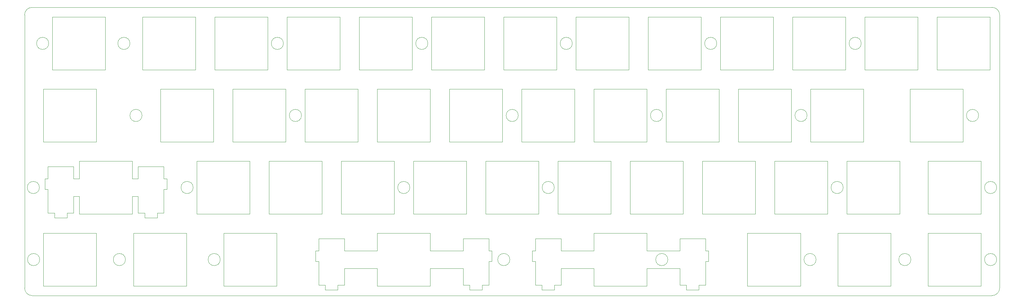
<source format=gm1>
G04 #@! TF.GenerationSoftware,KiCad,Pcbnew,7.0.7-7.0.7~ubuntu23.04.1*
G04 #@! TF.CreationDate,2023-08-23T01:39:21+00:00*
G04 #@! TF.ProjectId,plate,706c6174-652e-46b6-9963-61645f706362,rev?*
G04 #@! TF.SameCoordinates,Original*
G04 #@! TF.FileFunction,Profile,NP*
%FSLAX46Y46*%
G04 Gerber Fmt 4.6, Leading zero omitted, Abs format (unit mm)*
G04 Created by KiCad (PCBNEW 7.0.7-7.0.7~ubuntu23.04.1) date 2023-08-23 01:39:21*
%MOMM*%
%LPD*%
G01*
G04 APERTURE LIST*
G04 #@! TA.AperFunction,Profile*
%ADD10C,0.100000*%
G04 #@! TD*
G04 #@! TA.AperFunction,Profile*
%ADD11C,0.050000*%
G04 #@! TD*
G04 APERTURE END LIST*
D10*
X207626090Y-75172850D02*
X221626090Y-75172850D01*
X179051090Y-94222950D02*
X193051090Y-94222950D01*
X140663090Y-56122850D02*
X140663090Y-70122150D01*
X102563090Y-70122150D02*
X88563790Y-70122150D01*
X47794490Y-103523250D02*
X49319990Y-103523250D01*
X183526090Y-117973350D02*
X183526090Y-113272850D01*
X69513790Y-70122150D02*
X69513790Y-56122850D01*
X33794990Y-103523250D02*
X33794990Y-108222350D01*
X224007090Y-127272310D02*
X210006090Y-127272310D01*
X198101090Y-94222950D02*
X212101090Y-94222950D01*
X126664090Y-70122150D02*
X126664090Y-56122850D01*
X71895090Y-127272310D02*
X71895090Y-113272850D01*
X55226290Y-75172850D02*
X69225590Y-75172850D01*
X210006090Y-127272310D02*
X210006090Y-113272850D01*
X140076090Y-127042180D02*
X141800090Y-127042180D01*
X27245180Y-109192450D02*
X30544190Y-109192450D01*
X142626090Y-117973350D02*
X141800090Y-117973350D01*
X56069490Y-95693150D02*
X49319990Y-95693150D01*
X135050090Y-117973350D02*
X126376090Y-117973350D01*
X136776090Y-127042180D02*
X136776090Y-128242450D01*
X40650790Y-56122850D02*
X40650790Y-70122150D01*
X183814090Y-56122850D02*
X197813090Y-56122850D01*
X235913090Y-70122150D02*
X221914090Y-70122150D01*
X112376290Y-75172850D02*
X126376090Y-75172850D01*
X271630090Y-108222350D02*
X257631090Y-108222350D01*
X192200090Y-122573220D02*
X192200090Y-127042180D01*
X212101090Y-94222950D02*
X212101090Y-108222350D01*
X74276290Y-89172150D02*
X74276290Y-75172850D01*
X233820090Y-127272310D02*
X233820090Y-113272850D01*
X56894990Y-98923350D02*
X56069490Y-98923350D01*
X47794490Y-98923350D02*
X47794490Y-94222950D01*
X131426090Y-89172150D02*
X131426090Y-75172850D01*
X135901090Y-108222350D02*
X121901090Y-108222350D01*
X271630090Y-127272310D02*
X257631090Y-127272310D01*
X226676090Y-89172150D02*
X226676090Y-75172850D01*
X49319990Y-103523250D02*
X49319990Y-107992150D01*
X160850090Y-122573220D02*
X169526090Y-122573220D01*
X178763090Y-56122850D02*
X178763090Y-70122150D01*
X198950090Y-127042180D02*
X198950090Y-120772110D01*
X266869090Y-75172850D02*
X266869090Y-89172150D01*
X62081890Y-113272850D02*
X62081890Y-127272310D01*
X169526090Y-89172150D02*
X169526090Y-75172850D01*
X126376090Y-122573220D02*
X135050090Y-122573220D01*
X154100090Y-114743150D02*
X154100090Y-117973350D01*
X207626090Y-89172150D02*
X207626090Y-75172850D01*
X154100090Y-120772110D02*
X154100090Y-127042180D01*
X48081090Y-113272850D02*
X62081890Y-113272850D01*
X116850590Y-94222950D02*
X116850590Y-108222350D01*
X188576090Y-89172150D02*
X188576090Y-75172850D01*
X126376090Y-75172850D02*
X126376090Y-89172150D01*
X49319990Y-98923350D02*
X47794490Y-98923350D01*
X174001090Y-108222350D02*
X160001090Y-108222350D01*
X98675790Y-127042180D02*
X98675790Y-128242450D01*
X192200090Y-114743150D02*
X192200090Y-117973350D01*
X150476090Y-75172850D02*
X164476090Y-75172850D01*
X183814090Y-70122150D02*
X183814090Y-56122850D01*
X240964090Y-70122150D02*
X240964090Y-56122850D01*
X193926090Y-128242450D02*
X197226090Y-128242450D01*
X188576090Y-75172850D02*
X202576090Y-75172850D01*
X78750590Y-108222350D02*
X64751290Y-108222350D01*
X145714090Y-70122150D02*
X145714090Y-56122850D01*
X25519890Y-107992150D02*
X27245180Y-107992150D01*
X26651250Y-56122850D02*
X40650790Y-56122850D01*
X83801290Y-94222950D02*
X97800590Y-94222950D01*
X83513090Y-70122150D02*
X69513790Y-70122150D01*
X24694420Y-98923350D02*
X24694420Y-101722150D01*
X221914090Y-70122150D02*
X221914090Y-56122850D01*
X21363751Y-53597501D02*
G75*
G03*
X19363751Y-55597500I-1J-1999999D01*
G01*
X183526090Y-89172150D02*
X169526090Y-89172150D01*
X252870090Y-89172150D02*
X252870090Y-75172850D01*
X24270000Y-75172850D02*
X38269490Y-75172850D01*
X26651250Y-70122150D02*
X26651250Y-56122850D01*
X169526090Y-113272850D02*
X169526090Y-117973350D01*
X231151090Y-108222350D02*
X217151090Y-108222350D01*
X169526090Y-122573220D02*
X169526090Y-127272310D01*
X250201090Y-94222950D02*
X250201090Y-108222350D01*
X174001090Y-94222950D02*
X174001090Y-108222350D01*
X140951090Y-108222350D02*
X140951090Y-94222950D01*
X197226090Y-128242450D02*
X197226090Y-127042180D01*
X19363750Y-127797500D02*
X19363750Y-55597500D01*
X198950090Y-114743150D02*
X192200090Y-114743150D01*
X96950390Y-127042180D02*
X98675790Y-127042180D01*
X240676090Y-75172850D02*
X240676090Y-89172150D01*
X145426090Y-89172150D02*
X131426090Y-89172150D01*
X153275090Y-117973350D02*
X153275090Y-120772110D01*
X183526090Y-75172850D02*
X183526090Y-89172150D01*
X74276290Y-75172850D02*
X88275590Y-75172850D01*
X257631090Y-94222950D02*
X271630090Y-94222950D01*
X202864090Y-56122850D02*
X216863090Y-56122850D01*
X240964090Y-56122850D02*
X254963090Y-56122850D01*
X64751290Y-108222350D02*
X64751290Y-94222950D01*
X169526090Y-75172850D02*
X183526090Y-75172850D01*
X38269490Y-75172850D02*
X38269490Y-89172150D01*
X48081090Y-127272310D02*
X48081090Y-113272850D01*
X142626090Y-120772110D02*
X142626090Y-117973350D01*
X56069490Y-101722150D02*
X56894990Y-101722150D01*
X260014090Y-70122150D02*
X260014090Y-56122850D01*
X49319990Y-95693150D02*
X49319990Y-98923350D01*
X199776090Y-117973350D02*
X198950090Y-117973350D01*
X98675790Y-128242450D02*
X101976090Y-128242450D01*
X88275590Y-89172150D02*
X74276290Y-89172150D01*
X192200090Y-117973350D02*
X183526090Y-117973350D01*
X160001090Y-108222350D02*
X160001090Y-94222950D01*
X153275090Y-120772110D02*
X154100090Y-120772110D01*
X33794990Y-108222350D02*
X47794490Y-108222350D01*
X24694420Y-101722150D02*
X25519890Y-101722150D01*
X276538750Y-55597500D02*
X276538750Y-127797500D01*
X160001090Y-94222950D02*
X174001090Y-94222950D01*
X107613790Y-56122850D02*
X121613090Y-56122850D01*
X78750590Y-94222950D02*
X78750590Y-108222350D01*
X96950390Y-120772110D02*
X96950390Y-127042180D01*
X183526090Y-122573220D02*
X192200090Y-122573220D01*
X88563790Y-56122850D02*
X102563090Y-56122850D01*
X38269490Y-127272310D02*
X24270000Y-127272310D01*
X217151090Y-94222950D02*
X231151090Y-94222950D01*
X55226290Y-89172150D02*
X55226290Y-75172850D01*
X135050090Y-114743150D02*
X135050090Y-117973350D01*
X193051090Y-94222950D02*
X193051090Y-108222350D01*
X183526090Y-127272310D02*
X183526090Y-122573220D01*
X121613090Y-70122150D02*
X107613790Y-70122150D01*
X40650790Y-70122150D02*
X26651250Y-70122150D01*
X97800590Y-108222350D02*
X83801290Y-108222350D01*
X38269490Y-89172150D02*
X24270000Y-89172150D01*
X96124890Y-120772110D02*
X96950390Y-120772110D01*
X93326290Y-89172150D02*
X93326290Y-75172850D01*
X83801290Y-108222350D02*
X83801290Y-94222950D01*
X217151090Y-108222350D02*
X217151090Y-94222950D01*
X33794990Y-98923350D02*
X32269490Y-98923350D01*
X164476090Y-75172850D02*
X164476090Y-89172150D01*
X112376290Y-89172150D02*
X112376290Y-75172850D01*
X25519890Y-101722150D02*
X25519890Y-107992150D01*
X250201090Y-108222350D02*
X236201090Y-108222350D01*
X135050090Y-127042180D02*
X136776090Y-127042180D01*
X235913090Y-56122850D02*
X235913090Y-70122150D01*
X212101090Y-108222350D02*
X198101090Y-108222350D01*
X198950090Y-120772110D02*
X199776090Y-120772110D01*
X271630090Y-113272850D02*
X271630090Y-127272310D01*
X198101090Y-108222350D02*
X198101090Y-94222950D01*
X85894390Y-113272850D02*
X85894390Y-127272310D01*
X150476090Y-89172150D02*
X150476090Y-75172850D01*
X274538750Y-129797450D02*
G75*
G03*
X276538750Y-127797500I50J1999950D01*
G01*
X257631090Y-127272310D02*
X257631090Y-113272850D01*
X192200090Y-127042180D02*
X193926090Y-127042180D01*
X247819090Y-127272310D02*
X233820090Y-127272310D01*
X56894990Y-101722150D02*
X56894990Y-98923350D01*
X193926090Y-127042180D02*
X193926090Y-128242450D01*
X50463790Y-70122150D02*
X50463790Y-56122850D01*
X247819090Y-113272850D02*
X247819090Y-127272310D01*
X32269490Y-103523250D02*
X33794990Y-103523250D01*
X164764090Y-56122850D02*
X178763090Y-56122850D01*
X25519890Y-95693150D02*
X25519890Y-98923350D01*
X224007090Y-113272850D02*
X224007090Y-127272310D01*
X197813090Y-70122150D02*
X183814090Y-70122150D01*
X164476090Y-89172150D02*
X150476090Y-89172150D01*
X159713090Y-70122150D02*
X145714090Y-70122150D01*
X252870090Y-75172850D02*
X266869090Y-75172850D01*
X141800090Y-127042180D02*
X141800090Y-120772110D01*
X19363750Y-127797500D02*
G75*
G03*
X21363749Y-129797500I2000000J0D01*
G01*
X216863090Y-56122850D02*
X216863090Y-70122150D01*
X30544190Y-107992150D02*
X32269490Y-107992150D01*
X199776090Y-120772110D02*
X199776090Y-117973350D01*
X102851290Y-108222350D02*
X102851290Y-94222950D01*
X62081890Y-127272310D02*
X48081090Y-127272310D01*
X266869090Y-89172150D02*
X252870090Y-89172150D01*
X121901090Y-108222350D02*
X121901090Y-94222950D01*
X141800090Y-117973350D02*
X141800090Y-114743150D01*
X69225590Y-89172150D02*
X55226290Y-89172150D01*
X107325590Y-75172850D02*
X107325590Y-89172150D01*
X202576090Y-89172150D02*
X188576090Y-89172150D01*
X112376290Y-113272850D02*
X112376290Y-117973350D01*
X103700090Y-122573220D02*
X112376290Y-122573220D01*
X210006090Y-113272850D02*
X224007090Y-113272850D01*
X159126090Y-127042180D02*
X160850090Y-127042180D01*
X254963090Y-70122150D02*
X240964090Y-70122150D01*
X96950390Y-117973350D02*
X96124890Y-117973350D01*
X160850090Y-117973350D02*
X160850090Y-114743150D01*
X233820090Y-113272850D02*
X247819090Y-113272850D01*
X236201090Y-94222950D02*
X250201090Y-94222950D01*
X135050090Y-122573220D02*
X135050090Y-127042180D01*
X260014090Y-56122850D02*
X274013090Y-56122850D01*
X145714090Y-56122850D02*
X159713090Y-56122850D01*
X274538752Y-53597500D02*
X21363751Y-53597500D01*
X145426090Y-75172850D02*
X145426090Y-89172150D01*
X271630090Y-94222950D02*
X271630090Y-108222350D01*
X155826090Y-127042180D02*
X155826090Y-128242450D01*
X197813090Y-56122850D02*
X197813090Y-70122150D01*
X126376090Y-89172150D02*
X112376290Y-89172150D01*
X221626090Y-75172850D02*
X221626090Y-89172150D01*
X71895090Y-113272850D02*
X85894390Y-113272850D01*
X112376290Y-127272310D02*
X126376090Y-127272310D01*
X112376290Y-117973350D02*
X103700090Y-117973350D01*
X126376090Y-113272850D02*
X112376290Y-113272850D01*
X154951090Y-94222950D02*
X154951090Y-108222350D01*
X88563790Y-70122150D02*
X88563790Y-56122850D01*
X47794490Y-94222950D02*
X33794990Y-94222950D01*
X49319990Y-107992150D02*
X51043890Y-107992150D01*
X202864090Y-70122150D02*
X202864090Y-56122850D01*
X164764090Y-70122150D02*
X164764090Y-56122850D01*
X56069490Y-107992150D02*
X56069490Y-101722150D01*
X140663090Y-70122150D02*
X126664090Y-70122150D01*
X198950090Y-117973350D02*
X198950090Y-114743150D01*
X24270000Y-89172150D02*
X24270000Y-75172850D01*
X21363749Y-129797500D02*
X274538750Y-129797500D01*
X93326290Y-75172850D02*
X107325590Y-75172850D01*
X226676090Y-75172850D02*
X240676090Y-75172850D01*
X221626090Y-89172150D02*
X207626090Y-89172150D01*
X51043890Y-109192450D02*
X54344290Y-109192450D01*
X27245180Y-107992150D02*
X27245180Y-109192450D01*
X169526090Y-127272310D02*
X183526090Y-127272310D01*
X155826090Y-128242450D02*
X159126090Y-128242450D01*
X136776090Y-128242450D02*
X140076090Y-128242450D01*
X240676090Y-89172150D02*
X226676090Y-89172150D01*
X274013090Y-56122850D02*
X274013090Y-70122150D01*
X103700090Y-127042180D02*
X103700090Y-122573220D01*
X107613790Y-70122150D02*
X107613790Y-56122850D01*
X160850090Y-127042180D02*
X160850090Y-122573220D01*
X83513090Y-56122850D02*
X83513090Y-70122150D01*
X102851290Y-94222950D02*
X116850590Y-94222950D01*
X178763090Y-70122150D02*
X164764090Y-70122150D01*
X159126090Y-128242450D02*
X159126090Y-127042180D01*
X88275590Y-75172850D02*
X88275590Y-89172150D01*
X25519890Y-98923350D02*
X24694420Y-98923350D01*
X183526090Y-113272850D02*
X169526090Y-113272850D01*
X107325590Y-89172150D02*
X93326290Y-89172150D01*
X96950390Y-114743150D02*
X96950390Y-117973350D01*
X141800090Y-120772110D02*
X142626090Y-120772110D01*
X38269490Y-113272850D02*
X38269490Y-127272310D01*
X121613090Y-56122850D02*
X121613090Y-70122150D01*
X116850590Y-108222350D02*
X102851290Y-108222350D01*
X101976090Y-128242450D02*
X101976090Y-127042180D01*
X276538800Y-55597500D02*
G75*
G03*
X274538752Y-53597500I-2000000J0D01*
G01*
X126664090Y-56122850D02*
X140663090Y-56122850D01*
X126376090Y-117973350D02*
X126376090Y-113272850D01*
X274013090Y-70122150D02*
X260014090Y-70122150D01*
X193051090Y-108222350D02*
X179051090Y-108222350D01*
X69513790Y-56122850D02*
X83513090Y-56122850D01*
X154100090Y-117973350D02*
X153275090Y-117973350D01*
X101976090Y-127042180D02*
X103700090Y-127042180D01*
X32269490Y-95693150D02*
X25519890Y-95693150D01*
X112376290Y-122573220D02*
X112376290Y-127272310D01*
X47794490Y-108222350D02*
X47794490Y-103523250D01*
X140076090Y-128242450D02*
X140076090Y-127042180D01*
X121901090Y-94222950D02*
X135901090Y-94222950D01*
X257631090Y-108222350D02*
X257631090Y-94222950D01*
X141800090Y-114743150D02*
X135050090Y-114743150D01*
X30544190Y-109192450D02*
X30544190Y-107992150D01*
X254963090Y-56122850D02*
X254963090Y-70122150D01*
X103700090Y-114743150D02*
X96950390Y-114743150D01*
X221914090Y-56122850D02*
X235913090Y-56122850D01*
X64463090Y-56122850D02*
X64463090Y-70122150D01*
X257631090Y-113272850D02*
X271630090Y-113272850D01*
X69225590Y-75172850D02*
X69225590Y-89172150D01*
X231151090Y-94222950D02*
X231151090Y-108222350D01*
X154951090Y-108222350D02*
X140951090Y-108222350D01*
X131426090Y-75172850D02*
X145426090Y-75172850D01*
X216863090Y-70122150D02*
X202864090Y-70122150D01*
X64751290Y-94222950D02*
X78750590Y-94222950D01*
X154100090Y-127042180D02*
X155826090Y-127042180D01*
X85894390Y-127272310D02*
X71895090Y-127272310D01*
X64463090Y-70122150D02*
X50463790Y-70122150D01*
X33794990Y-94222950D02*
X33794990Y-98923350D01*
X50463790Y-56122850D02*
X64463090Y-56122850D01*
X54344290Y-107992150D02*
X56069490Y-107992150D01*
X236201090Y-108222350D02*
X236201090Y-94222950D01*
X160850090Y-114743150D02*
X154100090Y-114743150D01*
X102563090Y-56122850D02*
X102563090Y-70122150D01*
X24270000Y-127272310D02*
X24270000Y-113272850D01*
X54344290Y-109192450D02*
X54344290Y-107992150D01*
X197226090Y-127042180D02*
X198950090Y-127042180D01*
X159713090Y-56122850D02*
X159713090Y-70122150D01*
X24270000Y-113272850D02*
X38269490Y-113272850D01*
X96124890Y-117973350D02*
X96124890Y-120772110D01*
X140951090Y-94222950D02*
X154951090Y-94222950D01*
X169526090Y-117973350D02*
X160850090Y-117973350D01*
X179051090Y-108222350D02*
X179051090Y-94222950D01*
X103700090Y-117973350D02*
X103700090Y-114743150D01*
X32269490Y-98923350D02*
X32269490Y-95693150D01*
X202576090Y-75172850D02*
X202576090Y-89172150D01*
X32269490Y-107992150D02*
X32269490Y-103523250D01*
X135901090Y-94222950D02*
X135901090Y-108222350D01*
X126376090Y-127272310D02*
X126376090Y-122573220D01*
X97800590Y-94222950D02*
X97800590Y-108222350D01*
X51043890Y-107992150D02*
X51043890Y-109192450D01*
X56069490Y-98923350D02*
X56069490Y-95693150D01*
D11*
X23345000Y-120272500D02*
G75*
G03*
X23345000Y-120272500I-1600000J0D01*
G01*
X270995000Y-82172500D02*
G75*
G03*
X270995000Y-82172500I-1600000J0D01*
G01*
X163838750Y-63122500D02*
G75*
G03*
X163838750Y-63122500I-1600000J0D01*
G01*
X189030500Y-120272500D02*
G75*
G03*
X189030500Y-120272500I-1600000J0D01*
G01*
X92401250Y-82172500D02*
G75*
G03*
X92401250Y-82172500I-1600000J0D01*
G01*
X159076250Y-101222500D02*
G75*
G03*
X159076250Y-101222500I-1600000J0D01*
G01*
X225751250Y-82172500D02*
G75*
G03*
X225751250Y-82172500I-1600000J0D01*
G01*
X228131704Y-120272500D02*
G75*
G03*
X228131704Y-120272500I-1600000J0D01*
G01*
X201938750Y-63122500D02*
G75*
G03*
X201938750Y-63122500I-1600000J0D01*
G01*
X235276250Y-101222500D02*
G75*
G03*
X235276250Y-101222500I-1600000J0D01*
G01*
X187651250Y-82172500D02*
G75*
G03*
X187651250Y-82172500I-1600000J0D01*
G01*
X147358625Y-120272149D02*
G75*
G03*
X147358625Y-120272149I-1600000J0D01*
G01*
X23270000Y-101222500D02*
G75*
G03*
X23270000Y-101222500I-1600000J0D01*
G01*
X275757500Y-120272500D02*
G75*
G03*
X275757500Y-120272500I-1600000J0D01*
G01*
X50345000Y-82172500D02*
G75*
G03*
X50345000Y-82172500I-1600000J0D01*
G01*
X253135625Y-120272500D02*
G75*
G03*
X253135625Y-120272500I-1600000J0D01*
G01*
X47157500Y-63122500D02*
G75*
G03*
X47157500Y-63122500I-1600000J0D01*
G01*
X87638750Y-63122500D02*
G75*
G03*
X87638750Y-63122500I-1600000J0D01*
G01*
X63826250Y-101222500D02*
G75*
G03*
X63826250Y-101222500I-1600000J0D01*
G01*
X25726250Y-63122500D02*
G75*
G03*
X25726250Y-63122500I-1600000J0D01*
G01*
X70970000Y-120272500D02*
G75*
G03*
X70970000Y-120272500I-1600000J0D01*
G01*
X45966875Y-120272500D02*
G75*
G03*
X45966875Y-120272500I-1600000J0D01*
G01*
X240038750Y-63122500D02*
G75*
G03*
X240038750Y-63122500I-1600000J0D01*
G01*
X149576250Y-82172500D02*
G75*
G03*
X149576250Y-82172500I-1600000J0D01*
G01*
X120976250Y-101222500D02*
G75*
G03*
X120976250Y-101222500I-1600000J0D01*
G01*
X125738750Y-63122500D02*
G75*
G03*
X125738750Y-63122500I-1600000J0D01*
G01*
X275757500Y-101222500D02*
G75*
G03*
X275757500Y-101222500I-1600000J0D01*
G01*
M02*

</source>
